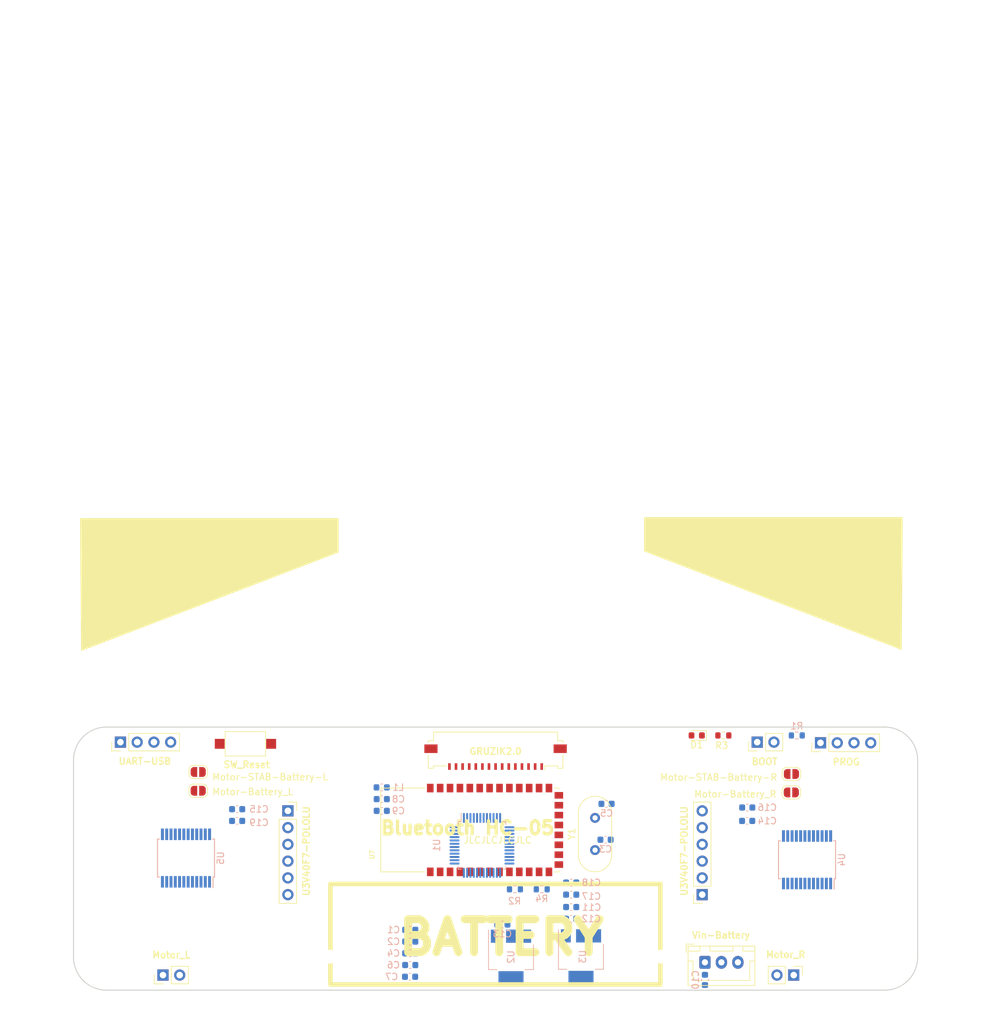
<source format=kicad_pcb>
(kicad_pcb (version 20221018) (generator pcbnew)
  (layers (0 "F.Cu" signal) (31 "B.Cu" signal) (34 "B.Paste" user) (35 "F.Paste" user) (36 "B.SilkS" user "B.Silkscreen") (37 "F.SilkS" user "F.Silkscreen") (38 "B.Mask" user) (39 "F.Mask" user) (44 "Edge.Cuts" user))
  (net 0 "")
  (net 1 "GND")
  (net 2 "/BOOT0")
  (net 3 "+3.3V")
  (net 4 "/HSE_OUT")
  (net 5 "/HSE_IN")
  (net 6 "+3.3VA")
  (net 7 "VDC")
  (net 8 "+5V")
  (net 9 "Motor_R")
  (net 10 "Motor_L")
  (net 11 "Net-(D1-K)")
  (net 12 "PC13")
  (net 13 "PB0")
  (net 14 "PA7")
  (net 15 "PA6")
  (net 16 "PA5")
  (net 17 "PA4")
  (net 18 "PA3")
  (net 19 "PA2")
  (net 20 "PA1")
  (net 21 "PA0")
  (net 22 "Net-(Motor-STAB-Battery-L1-B)")
  (net 23 "Net-(Motor-STAB-Battery-R1-B)")
  (net 24 "Net-(Motor_L1-Pin_1)")
  (net 25 "Net-(Motor_L1-Pin_2)")
  (net 26 "Net-(Motor_R1-Pin_1)")
  (net 27 "Net-(Motor_R1-Pin_2)")
  (net 28 "SWDIO")
  (net 29 "SWCLK")
  (net 30 "PB1")
  (net 31 "Net-(SW_Reset1-B)")
  (net 32 "PC14")
  (net 33 "PC15")
  (net 34 "PB2")
  (net 35 "PB10")
  (net 36 "PB11")
  (net 37 "PB12")
  (net 38 "PB13")
  (net 39 "PB14")
  (net 40 "PB15")
  (net 41 "PA8")
  (net 42 "PA9")
  (net 43 "PA10")
  (net 44 "PA11")
  (net 45 "PA12")
  (net 46 "PA15")
  (net 47 "SWO")
  (net 48 "PB4")
  (net 49 "PB5")
  (net 50 "PB6")
  (net 51 "PB7")
  (net 52 "PB8")
  (net 53 "PB9")
  (net 56 "Net-(U4-PGND1-Pad3)")
  (net 57 "Net-(U5-PGND1-Pad3)")
  (footprint "Crystal:Crystal_HC49-4H_Vertical" (layer "F.Cu") (at 115.4176 151.7428 90)
    (fp_text reference "Y1" (at 2.44 -3.525 90) (layer "F.SilkS"))
    (fp_text value "8MHz")
    (pad "1" thru_hole circle (at 0 0 90) (size 1.5 1.5) (drill 0.8) (layers "*.Cu" "*.Mask") (net 4 "/HSE_OUT"))
    (pad "2" thru_hole circle (at 4.88 0 90) (size 1.5 1.5) (drill 0.8) (layers "*.Cu" "*.Mask") (net 5 "/HSE_IN"))
  )
  (footprint "MountingHole:MountingHole_2.1mm" (layer "F.Cu") (at 75.184 167.894)
    (fp_text reference "REF**" hide)
    (fp_text value "MountingHole_2.1mm")
    (pad "" np_thru_hole circle (at 0 0) (size 2.1 2.1) (drill 2.1) (layers "*.Cu" "*.Mask"))
  )
  (footprint "Connector_PinHeader_2.54mm:PinHeader_1x02_P2.54mm_Vertical" (layer "F.Cu") (at 140.0048 135.382 90)
    (fp_text reference "BOOT" (at -2.9464 1.1176 180) (layer "F.SilkS" knockout) (effects (font (thickness 0.2) bold)))
    (fp_text value "Conn_01x02_Pin")
    (pad "1" thru_hole rect (at 0 0 90) (size 1.7 1.7) (drill 1) (layers "*.Cu" "*.Mask") (net 1 "GND"))
    (pad "2" thru_hole oval (at 0 2.54 90) (size 1.7 1.7) (drill 1) (layers "*.Cu" "*.Mask") (net 2 "/BOOT0"))
  )
  (footprint "Jumper:SolderJumper-2_P1.3mm_Open_RoundedPad1.0x1.5mm" (layer "F.Cu") (at 145.1968 140.208)
    (fp_text reference "Motor-STAB-Battery-R" (at -11.034 0.508 180) (layer "F.SilkS"))
    (fp_text value "SolderJumper_2_Open")
    (pad "1" smd custom (at -0.65 0) (size 1 0.5) (layers "F.Cu" "F.Mask") (net 9 "Motor_R") (options (clearance outline) (anchor rect)) (primitives (gr_circle (center 0 0.25) (end 0.5 0.25) (width 0) (fill yes)) (gr_circle (center 0 -0.25) (end 0.5 -0.25) (width 0) (fill yes)) (gr_poly (pts (xy 0.5 0.75) (xy 0 0.75) (xy 0 -0.75) (xy 0.5 -0.75)) (width 0) (fill yes))))
    (pad "2" smd custom (at 0.65 0) (size 1 0.5) (layers "F.Cu" "F.Mask") (net 23 "Net-(Motor-STAB-Battery-R1-B)") (options (clearance outline) (anchor rect)) (primitives (gr_circle (center 0 0.25) (end 0.5 0.25) (width 0) (fill yes)) (gr_circle (center 0 -0.25) (end 0.5 -0.25) (width 0) (fill yes)) (gr_poly (pts (xy 0 0.75) (xy -0.5 0.75) (xy -0.5 -0.75) (xy 0 -0.75)) (width 0) (fill yes))))
  )
  (footprint "Jumper:SolderJumper-2_P1.3mm_Open_RoundedPad1.0x1.5mm" (layer "F.Cu") (at 145.176 143.002)
    (fp_text reference "Motor-Battery_R" (at -8.494 0.254) (layer "F.SilkS"))
    (fp_text value "SolderJumper_2_Open")
    (pad "1" smd custom (at -0.65 0) (size 1 0.5) (layers "F.Cu" "F.Mask") (net 7 "VDC") (options (clearance outline) (anchor rect)) (primitives (gr_circle (center 0 0.25) (end 0.5 0.25) (width 0) (fill yes)) (gr_circle (center 0 -0.25) (end 0.5 -0.25) (width 0) (fill yes)) (gr_poly (pts (xy 0.5 0.75) (xy 0 0.75) (xy 0 -0.75) (xy 0.5 -0.75)) (width 0) (fill yes))))
    (pad "2" smd custom (at 0.65 0) (size 1 0.5) (layers "F.Cu" "F.Mask") (net 9 "Motor_R") (options (clearance outline) (anchor rect)) (primitives (gr_circle (center 0 0.25) (end 0.5 0.25) (width 0) (fill yes)) (gr_circle (center 0 -0.25) (end 0.5 -0.25) (width 0) (fill yes)) (gr_poly (pts (xy 0 0.75) (xy -0.5 0.75) (xy -0.5 -0.75) (xy 0 -0.75)) (width 0) (fill yes))))
  )
  (footprint "Jumper:SolderJumper-2_P1.3mm_Open_RoundedPad1.0x1.5mm" (layer "F.Cu") (at 55.23 139.9032)
    (fp_text reference "Motor-STAB-Battery-L" (at 10.9116 0.762) (layer "F.SilkS"))
    (fp_text value "SolderJumper_2_Open")
    (pad "1" smd custom (at -0.65 0) (size 1 0.5) (layers "F.Cu" "F.Mask") (net 10 "Motor_L") (options (clearance outline) (anchor rect)) (primitives (gr_circle (center 0 0.25) (end 0.5 0.25) (width 0) (fill yes)) (gr_circle (center 0 -0.25) (end 0.5 -0.25) (width 0) (fill yes)) (gr_poly (pts (xy 0.5 0.75) (xy 0 0.75) (xy 0 -0.75) (xy 0.5 -0.75)) (width 0) (fill yes))))
    (pad "2" smd custom (at 0.65 0) (size 1 0.5) (layers "F.Cu" "F.Mask") (net 22 "Net-(Motor-STAB-Battery-L1-B)") (options (clearance outline) (anchor rect)) (primitives (gr_circle (center 0 0.25) (end 0.5 0.25) (width 0) (fill yes)) (gr_circle (center 0 -0.25) (end 0.5 -0.25) (width 0) (fill yes)) (gr_poly (pts (xy 0 0.75) (xy -0.5 0.75) (xy -0.5 -0.75) (xy 0 -0.75)) (width 0) (fill yes))))
  )
  (footprint "Connector_PinHeader_2.54mm:PinHeader_1x02_P2.54mm_Vertical" (layer "F.Cu") (at 49.8856 170.688 90)
    (fp_text reference "Motor_L" (at 3.048 1.27 180) (layer "F.SilkS" knockout) (effects (font (thickness 0.2) bold)))
    (fp_text value "Conn_01x02")
    (pad "1" thru_hole rect (at 0 0 90) (size 1.7 1.7) (drill 1) (layers "*.Cu" "*.Mask") (net 24 "Net-(Motor_L1-Pin_1)"))
    (pad "2" thru_hole oval (at 0 2.54 90) (size 1.7 1.7) (drill 1) (layers "*.Cu" "*.Mask") (net 25 "Net-(Motor_L1-Pin_2)"))
  )
  (footprint "Connector_PinHeader_2.54mm:PinHeader_1x04_P2.54mm_Vertical" (layer "F.Cu") (at 43.434 135.382 90)
    (fp_text reference "UART-USB" (at -2.8956 3.7084 180) (layer "F.SilkS" knockout) (effects (font (thickness 0.2) bold)))
    (fp_text value "Conn_01x04")
    (pad "1" thru_hole rect (at 0 0 90) (size 1.7 1.7) (drill 1) (layers "*.Cu" "*.Mask") (net 8 "+5V"))
    (pad "2" thru_hole oval (at 0 2.54 90) (size 1.7 1.7) (drill 1) (layers "*.Cu" "*.Mask") (net 35 "PB10"))
    (pad "3" thru_hole oval (at 0 5.08 90) (size 1.7 1.7) (drill 1) (layers "*.Cu" "*.Mask") (net 36 "PB11"))
    (pad "4" thru_hole oval (at 0 7.62 90) (size 1.7 1.7) (drill 1) (layers "*.Cu" "*.Mask") (net 1 "GND"))
  )
  (footprint "Connector_PinHeader_2.54mm:PinHeader_1x02_P2.54mm_Vertical" (layer "F.Cu") (at 145.547 170.688 -90)
    (fp_text reference "Motor_R" (at -3.0988 1.2242 180) (layer "F.SilkS" knockout) (effects (font (thickness 0.2) bold)))
    (fp_text value "Conn_01x02")
    (pad "1" thru_hole rect (at 0 0 270) (size 1.7 1.7) (drill 1) (layers "*.Cu" "*.Mask") (net 26 "Net-(Motor_R1-Pin_1)"))
    (pad "2" thru_hole oval (at 0 2.54 270) (size 1.7 1.7) (drill 1) (layers "*.Cu" "*.Mask") (net 27 "Net-(Motor_R1-Pin_2)"))
  )
  (footprint "MountingHole:MountingHole_2.1mm" (layer "F.Cu") (at 41.322 144.145)
    (fp_text reference "REF**" hide)
    (fp_text value "MountingHole_2.1mm")
    (pad "" np_thru_hole circle (at 0 0) (size 2.1 2.1) (drill 2.1) (layers "*.Cu" "*.Mask"))
  )
  (footprint "Jumper:SolderJumper-2_P1.3mm_Open_RoundedPad1.0x1.5mm" (layer "F.Cu") (at 55.23 142.748)
    (fp_text reference "Motor-Battery_L" (at 8.27 0.1524) (layer "F.SilkS"))
    (fp_text value "SolderJumper_2_Open")
    (pad "1" smd custom (at -0.65 0) (size 1 0.5) (layers "F.Cu" "F.Mask") (net 7 "VDC") (options (clearance outline) (anchor rect)) (primitives (gr_circle (center 0 0.25) (end 0.5 0.25) (width 0) (fill yes)) (gr_circle (center 0 -0.25) (end 0.5 -0.25) (width 0) (fill yes)) (gr_poly (pts (xy 0.5 0.75) (xy 0 0.75) (xy 0 -0.75) (xy 0.5 -0.75)) (width 0) (fill yes))))
    (pad "2" smd custom (at 0.65 0) (size 1 0.5) (layers "F.Cu" "F.Mask") (net 10 "Motor_L") (options (clearance outline) (anchor rect)) (primitives (gr_circle (center 0 0.25) (end 0.5 0.25) (width 0) (fill yes)) (gr_circle (center 0 -0.25) (end 0.5 -0.25) (width 0) (fill yes)) (gr_poly (pts (xy 0 0.75) (xy -0.5 0.75) (xy -0.5 -0.75) (xy 0 -0.75)) (width 0) (fill yes))))
  )
  (footprint "MountingHole:MountingHole_2.1mm" (layer "F.Cu") (at 125.476 138.176)
    (fp_text reference "REF**" hide)
    (fp_text value "MountingHole_2.1mm")
    (pad "" np_thru_hole circle (at 0 0) (size 2.1 2.1) (drill 2.1) (layers "*.Cu" "*.Mask"))
  )
  (footprint "MountingHole:MountingHole_2.1mm" (layer "F.Cu") (at 159.338 161.925)
    (fp_text reference "REF**" hide)
    (fp_text value "MountingHole_2.1mm")
    (pad "" np_thru_hole circle (at 0 0) (size 2.1 2.1) (drill 2.1) (layers "*.Cu" "*.Mask"))
  )
  (footprint "Connector_FFC-FPC:Molex_200528-0150_1x15-1MP_P1.00mm_Horizontal" (layer "F.Cu") (at 100.33 138.169 180)
    (fp_text reference "GRUZIK2.0" (at 0 1.397) (layer "F.SilkS" knockout) (effects (font (thickness 0.2) bold)))
    (fp_text value "Conn_01x15")
    (pad "1" smd rect (at -7 -0.91 180) (size 0.4 1) (layers "F.Cu" "F.Paste" "F.Mask") (net 8 "+5V"))
    (pad "2" smd rect (at -6 -0.91 180) (size 0.4 1) (layers "F.Cu" "F.Paste" "F.Mask") (net 8 "+5V"))
    (pad "3" smd rect (at -5 -0.91 180) (size 0.4 1) (layers "F.Cu" "F.Paste" "F.Mask") (net 8 "+5V"))
    (pad "4" smd rect (at -4 -0.91 180) (size 0.4 1) (layers "F.Cu" "F.Paste" "F.Mask") (net 21 "PA0"))
    (pad "5" smd rect (at -3 -0.91 180) (size 0.4 1) (layers "F.Cu" "F.Paste" "F.Mask") (net 20 "PA1"))
    (pad "6" smd rect (at -2 -0.91 180) (size 0.4 1) (layers "F.Cu" "F.Paste" "F.Mask") (net 19 "PA2"))
    (pad "7" smd rect (at -1 -0.91 180) (size 0.4 1) (layers "F.Cu" "F.Paste" "F.Mask") (net 18 "PA3"))
    (pad "8" smd rect (at 0 -0.91 180) (size 0.4 1) (layers "F.Cu" "F.Paste" "F.Mask") (net 17 "PA4"))
    (pad "9" smd rect (at 1 -0.91 180) (size 0.4 1) (layers "F.Cu" "F.Paste" "F.Mask") (net 16 "PA5"))
    (pad "10" smd rect (at 2 -0.91 180) (size 0.4 1) (layers "F.Cu" "F.Paste" "F.Mask") (net 15 "PA6"))
    (pad "11" smd rect (at 3 -0.91 180) (size 0.4 1) (layers "F.Cu" "F.Paste" "F.Mask") (net 14 "PA7"))
    (pad "12" smd rect (at 4 -0.91 180) (size 0.4 1) (layers "F.Cu" "F.Paste" "F.Mask") (net 13 "PB0"))
    (pad "13" smd rect (at 5 -0.91 180) (size 0.4 1) (layers "F.Cu" "F.Paste" "F.Mask") (net 1 "GND"))
    (pad "14" smd rect (at 6 -0.91 180) (size 0.4 1) (layers "F.Cu" "F.Paste" "F.Mask") (net 1 "GND"))
    (pad "15" smd rect (at 7 -0.91 180) (size 0.4 1) (layers "F.Cu" "F.Paste" "F.Mask") (net 1 "GND"))
    (pad "MP" smd rect (at -9.8 1.79 180) (size 2 1.3) (layers "F.Cu" "F.Paste" "F.Mask"))
    (pad "MP" smd rect (at 9.8 1.79 180) (size 2 1.3) (layers "F.Cu" "F.Paste" "F.Mask"))
  )
  (footprint "Connector_JST:JST_XH_B3B-XH-A_1x03_P2.50mm_Vertical" (layer "F.Cu") (at 132.08 168.7576)
    (fp_text reference "Vin-Battery" (at 2.4384 -4.1148) (layer "F.SilkS" knockout) (effects (font (thickness 0.2) bold)))
    (fp_text value "Conn_01x03")
    (pad "1" thru_hole roundrect (at 0 0) (size 1.7 1.95) (drill 0.95) (layers "*.Cu" "*.Mask") (roundrect_rratio 0.147059) (net 7 "VDC"))
    (pad "2" thru_hole oval (at 2.5 0) (size 1.7 1.95) (drill 0.95) (layers "*.Cu" "*.Mask"))
    (pad "3" thru_hole oval (at 5 0) (size 1.7 1.95) (drill 0.95) (layers "*.Cu" "*.Mask") (net 1 "GND"))
  )
  (footprint "Resistor_SMD:R_0603_1608Metric" (layer "F.Cu") (at 134.874 134.366)
    (fp_text reference "R3" (at -0.254 1.524) (layer "F.SilkS"))
    (fp_text value "510R")
    (pad "1" smd roundrect (at -0.825 0) (size 0.8 0.95) (layers "F.Cu" "F.Paste" "F.Mask") (net 11 "Net-(D1-K)"))
    (pad "2" smd roundrect (at 0.825 0) (size 0.8 0.95) (layers "F.Cu" "F.Paste" "F.Mask") (net 1 "GND"))
  )
  (footprint "MountingHole:MountingHole_2.1mm" (layer "F.Cu") (at 159.338 144.145)
    (fp_text reference "REF**" hide)
    (fp_text value "MountingHole_2.1mm")
    (pad "" np_thru_hole circle (at 0 0) (size 2.1 2.1) (drill 2.1) (layers "*.Cu" "*.Mask"))
  )
  (footprint "HC-05_module:XCVR_HC-05" (layer "F.Cu") (at 96.749 148.6916 90)
    (fp_text reference "U7" (at -3.73221 -15.139908 90) (layer "F.SilkS") (effects (font (size 0.700643 0.700643))))
    (fp_text value "HC-05")
    (pad "1" smd rect (at -6.35 -6.325 90) (size 1.3 1) (layers "F.Cu" "F.Paste" "F.Mask") (net 36 "PB11"))
    (pad "2" smd rect (at -6.35 -4.825 90) (size 1.3 1) (layers "F.Cu" "F.Paste" "F.Mask") (net 35 "PB10"))
    (pad "3" smd rect (at -6.35 -3.325 90) (size 1.3 1) (layers "F.Cu" "F.Paste" "F.Mask"))
    (pad "4" smd rect (at -6.35 -1.825 90) (size 1.3 1) (layers "F.Cu" "F.Paste" "F.Mask"))
    (pad "5" smd rect (at -6.35 -0.325 90) (size 1.3 1) (layers "F.Cu" "F.Paste" "F.Mask"))
    (pad "6" smd rect (at -6.35 1.175 90) (size 1.3 1) (layers "F.Cu" "F.Paste" "F.Mask"))
    (pad "7" smd rect (at -6.35 2.675 90) (size 1.3 1) (layers "F.Cu" "F.Paste" "F.Mask"))
    (pad "8" smd rect (at -6.35 4.175 90) (size 1.3 1) (layers "F.Cu" "F.Paste" "F.Mask"))
    (pad "9" smd rect (at -6.35 5.675 90) (size 1.3 1) (layers "F.Cu" "F.Paste" "F.Mask"))
    (pad "10" smd rect (at -6.35 7.175 90) (size 1.3 1) (layers "F.Cu" "F.Paste" "F.Mask"))
    (pad "11" smd rect (at -6.35 8.675 90) (size 1.3 1) (layers "F.Cu" "F.Paste" "F.Mask"))
    (pad "12" smd rect (at -6.35 10.175 90) (size 1.3 1) (layers "F.Cu" "F.Paste" "F.Mask") (net 3 "+3.3V"))
    (pad "13" smd rect (at -6.35 11.675 90) (size 1.3 1) (layers "F.Cu" "F.Paste" "F.Mask") (net 1 "GND"))
    (pad "14" smd rect (at -5.25 13.175 180) (size 1.3 1) (layers "F.Cu" "F.Paste" "F.Mask"))
    (pad "15" smd rect (at -3.75 13.175 180) (size 1.3 1) (layers "F.Cu" "F.Paste" "F.Mask"))
    (pad "16" smd rect (at -2.25 13.175 180) (size 1.3 1) (layers "F.Cu" "F.Paste" "F.Mask"))
    (pad "17" smd rect (at -0.75 13.175 180) (size 1.3 1) (layers "F.Cu" "F.Paste" "F.Mask"))
    (pad "18" smd rect (at 0.75 13.175 180) (size 1.3 1) (layers "F.Cu" "F.Paste" "F.Mask"))
    (pad "19" smd rect (at 2.25 13.175 180) (size 1.3 1) (layers "F.Cu" "F.Paste" "F.Mask"))
    (pad "20" smd rect (at 3.75 13.175 180) (size 1.3 1) (layers "F.Cu" "F.Paste" "F.Mask"))
    (pad "21" smd rect (at 5.25 13.175 180) (size 1.3 1) (layers "F.Cu" "F.Paste" "F.Mask") (net 1 "GND"))
    (pad "22" smd rect (at 6.35 11.675 270) (size 1.3 1) (layers "F.Cu" "F.Paste" "F.Mask") (net 1 "GND"))
    (pad "23" smd rect (at 6.35 10.175 270) (size 1.3 1) (layers "F.Cu" "F.Paste" "F.Mask"))
    (pad "24" smd rect (at 6.35 8.675 270) (size 1.3 1) (layers "F.Cu" "F.Paste" "F.Mask"))
    (pad "25" smd rect (at 6.35 7.175 270) (size 1.3 1) (layers "F.Cu" "F.Paste" "F.Mask"))
    (pad "26" smd rect (at 6.35 5.675 270) (size 1.3 1) (layers "F.Cu" "F.Paste" "F.Mask"))
    (pad "27" smd rect (at 6.35 4.175 270) (size 1.3 1) (layers "F.Cu" "F.Paste" "F.Mask"))
    (pad "28" smd rect (at 6.35 2.675 270) (size 1.3 1) (layers "F.Cu" "F.Paste" "F.Mask"))
    (pad "29" smd rect (at 6.35 1.175 270) (size 1.3 1) (layers "F.Cu" "F.Paste" "F.Mask"))
    (pad "30" smd rect (at 6.35 -0.325 270) (size 1.3 1) (layers "F.Cu" "F.Paste" "F.Mask"))
    (pad "31" smd rect (at 6.35 -1.825 270) (size 1.3 1) (layers "F.Cu" "F.Paste" "F.Mask"))
    (pad "32" smd rect (at 6.35 -3.325 270) (size 1.3 1) (layers "F.Cu" "F.Paste" "F.Mask"))
    (pad "33" smd rect (at 6.35 -4.825 270) (size 1.3 1) (layers "F.Cu" "F.Paste" "F.Mask"))
    (pad "34" smd rect (at 6.35 -6.325 270) (size 1.3 1) (layers "F.Cu" "F.Paste" "F.Mask"))
  )
  (footprint "MountingHole:MountingHole_2.1mm" (layer "F.Cu") (at 75.184 138.176)
    (fp_text reference "REF**" hide)
    (fp_text value "MountingHole_2.1mm")
    (pad "" np_thru_hole circle (at 0 0) (size 2.1 2.1) (drill 2.1) (layers "*.Cu" "*.Mask"))
  )
  (footprint "Connector_PinSocket_2.54mm:PinSocket_1x06_P2.54mm_Vertical" (layer "F.Cu") (at 131.666 158.496 180)
    (fp_text reference "U3V40F7-POLOLU" (at 2.7356 6.604 90) (layer "F.SilkS" knockout) (effects (font (thickness 0.2) bold)))
    (fp_text value "Conn_01x06")
    (pad "1" thru_hole rect (at 0 0 180) (size 1.7 1.7) (drill 1) (layers "*.Cu" "*.Mask"))
    (pad "2" thru_hole oval (at 0 2.54 180) (size 1.7 1.7) (drill 1) (layers "*.Cu" "*.Mask") (net 7 "VDC"))
    (pad "3" thru_hole oval (at 0 5.08 180) (size 1.7 1.7) (drill 1) (layers "*.Cu" "*.Mask") (net 7 "VDC"))
    (pad "4" thru_hole oval (at 0 7.62 180) (size 1.7 1.7) (drill 1) (layers "*.Cu" "*.Mask") (net 1 "GND"))
    (pad "5" thru_hole oval (at 0 10.16 180) (size 1.7 1.7) (drill 1) (layers "*.Cu" "*.Mask") (net 1 "GND"))
    (pad "6" thru_hole oval (at 0 12.7 180) (size 1.7 1.7) (drill 1) (layers "*.Cu" "*.Mask") (net 23 "Net-(Motor-STAB-Battery-R1-B)"))
  )
  (footprint "Connector_PinSocket_2.54mm:PinSocket_1x06_P2.54mm_Vertical" (layer "F.Cu") (at 68.834 145.796)
    (fp_text reference "U3V40F7-POLOLU" (at 2.794 6.096 270) (layer "F.SilkS" knockout) (effects (font (thickness 0.2) bold)))
    (fp_text value "Conn_01x06")
    (pad "1" thru_hole rect (at 0 0) (size 1.7 1.7) (drill 1) (layers "*.Cu" "*.Mask"))
    (pad "2" thru_hole oval (at 0 2.54) (size 1.7 1.7) (drill 1) (layers "*.Cu" "*.Mask") (net 7 "VDC"))
    (pad "3" thru_hole oval (at 0 5.08) (size 1.7 1.7) (drill 1) (layers "*.Cu" "*.Mask") (net 7 "VDC"))
    (pad "4" thru_hole oval (at 0 7.62) (size 1.7 1.7) (drill 1) (layers "*.Cu" "*.Mask") (net 1 "GND"))
    (pad "5" thru_hole oval (at 0 10.16) (size 1.7 1.7) (drill 1) (layers "*.Cu" "*.Mask") (net 1 "GND"))
    (pad "6" thru_hole oval (at 0 12.7) (size 1.7 1.7) (drill 1) (layers "*.Cu" "*.Mask") (net 22 "Net-(Motor-STAB-Battery-L1-B)"))
  )
  (footprint "MountingHole:MountingHole_2.1mm" (layer "F.Cu") (at 41.322 161.925)
    (fp_text reference "REF**" hide)
    (fp_text value "MountingHole_2.1mm")
    (pad "" np_thru_hole circle (at 0 0) (size 2.1 2.1) (drill 2.1) (layers "*.Cu" "*.Mask"))
  )
  (footprint "Button_Switch_SMD:SW_SPST_CK_RS282G05A3" (layer "F.Cu") (at 62.394 135.636)
    (fp_text reference "SW_Reset" (at 0.1916 3.1496) (layer "F.SilkS" knockout) (effects (font (thickness 0.2) bold)))
    (fp_text value "SW_SPST")
    (pad "1" smd rect (at -3.9 0) (size 1.5 1.5) (layers "F.Cu" "F.Paste" "F.Mask") (net 1 "GND"))
    (pad "2" smd rect (at 3.9 0) (size 1.5 1.5) (layers "F.Cu" "F.Paste" "F.Mask") (net 31 "Net-(SW_Reset1-B)"))
  )
  (footprint "Connector_PinHeader_2.54mm:PinHeader_1x04_P2.54mm_Vertical" (layer "F.Cu") (at 149.606 135.4836 90)
    (fp_text reference "PROG" (at -2.8956 3.9116 180) (layer "F.SilkS" knockout) (effects (font (thickness 0.2) bold)))
    (fp_text value "Conn_01x04_Pin")
    (pad "1" thru_hole rect (at 0 0 90) (size 1.7 1.7) (drill 1) (layers "*.Cu" "*.Mask") (net 8 "+5V"))
    (pad "2" thru_hole oval (at 0 2.54 90) (size 1.7 1.7) (drill 1) (layers "*.Cu" "*.Mask") (net 28 "SWDIO"))
    (pad "3" thru_hole oval (at 0 5.08 90) (size 1.7 1.7) (drill 1) (layers "*.Cu" "*.Mask") (net 29 "SWCLK"))
    (pad "4" thru_hole oval (at 0 7.62 90) (size 1.7 1.7) (drill 1) (layers "*.Cu" "*.Mask") (net 1 "GND"))
  )
  (footprint "LED_SMD:LED_0603_1608Metric" (layer "F.Cu") (at 130.8355 134.366 180)
    (fp_text reference "D1" (at 0 -1.43) (layer "F.SilkS"))
    (fp_text value "BLUE")
    (pad "1" smd roundrect (at -0.7875 0 180) (size 0.875 0.95) (layers "F.Cu" "F.Paste" "F.Mask") (net 11 "Net-(D1-K)"))
    (pad "2" smd roundrect (at 0.7875 0 180) (size 0.875 0.95) (layers "F.Cu" "F.Paste" "F.Mask") (net 12 "PC13"))
  )
  (footprint "MountingHole:MountingHole_2.1mm" (layer "F.Cu") (at 125.476 167.894)
    (fp_text reference "REF**" hide)
    (fp_text value "MountingHole_2.1mm")
    (pad "" np_thru_hole circle (at 0 0) (size 2.1 2.1) (drill 2.1) (layers "*.Cu" "*.Mask"))
  )
  (footprint "Package_TO_SOT_SMD:SOT-223-3_TabPin2" (layer "B.Cu") (at 113.284 167.894 -90)
    (fp_text reference "U3" (at 0 -0.254 90) (layer "B.SilkS") (effects (justify mirror)))
    (fp_text value "LM1117MP-5.0")
    (pad "1" smd rect (at -3.15 2.3 270) (size 2 1.5) (layers "B.Cu" "B.Paste" "B.Mask") (net 1 "GND"))
    (pad "2" smd rect (at -3.15 0 270) (size 2 1.5) (layers "B.Cu" "B.Paste" "B.Mask") (net 8 "+5V"))
    (pad "2" smd rect (at 3.15 0 270) (size 2 3.8) (layers "B.Cu" "B.Paste" "B.Mask") (net 8 "+5V"))
    (pad "3" smd rect (at -3.15 -2.3 270) (size 2 1.5) (layers "B.Cu" "B.Paste" "B.Mask") (net 7 "VDC"))
  )
  (footprint "Capacitor_SMD:C_0603_1608Metric" (layer "B.Cu") (at 87.389 167.386)
    (fp_text reference "C4" (at -2.553 0 180) (layer "B.SilkS") (effects (justify mirror)))
    (fp_text value "100n")
    (pad "1" smd roundrect (at -0.775 0) (size 0.9 0.95) (layers "B.Cu" "B.Paste" "B.Mask") (net 3 "+3.3V"))
    (pad "2" smd roundrect (at 0.775 0) (size 0.9 0.95) (layers "B.Cu" "B.Paste" "B.Mask") (net 1 "GND"))
  )
  (footprint "Package_TO_SOT_SMD:SOT-223-3_TabPin2" (layer "B.Cu") (at 102.6668 167.9444 -90)
    (fp_text reference "U2" (at 0 0 90) (layer "B.SilkS") (effects (justify mirror)))
    (fp_text value "LM1117MP-3.3")
    (pad "1" smd rect (at -3.15 2.3 270) (size 2 1.5) (layers "B.Cu" "B.Paste" "B.Mask") (net 1 "GND"))
    (pad "2" smd rect (at -3.15 0 270) (size 2 1.5) (layers "B.Cu" "B.Paste" "B.Mask") (net 3 "+3.3V"))
    (pad "2" smd rect (at 3.15 0 270) (size 2 3.8) (layers "B.Cu" "B.Paste" "B.Mask") (net 3 "+3.3V"))
    (pad "3" smd rect (at -3.15 -2.3 270) (size 2 1.5) (layers "B.Cu" "B.Paste" "B.Mask") (net 8 "+5V"))
  )
  (footprint "Capacitor_SMD:C_0603_1608Metric" (layer "B.Cu") (at 117.1578 144.7324)
    (fp_text reference "C5" (at 0 1.43) (layer "B.SilkS") (effects (justify mirror)))
    (fp_text value "20p")
    (pad "1" smd roundrect (at -0.775 0) (size 0.9 0.95) (layers "B.Cu" "B.Paste" "B.Mask") (net 5 "/HSE_IN"))
    (pad "2" smd roundrect (at 0.775 0) (size 0.9 0.95) (layers "B.Cu" "B.Paste" "B.Mask") (net 1 "GND"))
  )
  (footprint "Package_SO:SSOP-24_5.3x8.2mm_P0.65mm" (layer "B.Cu") (at 147.567 153.206 90)
    (fp_text reference "U4" (at 0 5.25 90) (layer "B.SilkS") (effects (justify mirror)))
    (fp_text value "TB6612FNG")
    (pad "1" smd rect (at -3.6 3.575 90) (size 1.75 0.45) (layers "B.Cu" "B.Paste" "B.Mask") (net 26 "Net-(Motor_R1-Pin_1)"))
    (pad "2" smd rect (at -3.6 2.925 90) (size 1.75 0.45) (layers "B.Cu" "B.Paste" "B.Mask") (net 26 "Net-(Motor_R1-Pin_1)"))
    (pad "3" smd rect (at -3.6 2.275 90) (size 1.75 0.45) (layers "B.Cu" "B.Paste" "B.Mask") (net 56 "Net-(U4-PGND1-Pad3)"))
    (pad "4" smd rect (at -3.6 1.625 90) (size 1.75 0.45) (layers "B.Cu" "B.Paste" "B.Mask") (net 56 "Net-(U4-PGND1-Pad3)"))
    (pad "5" smd rect (at -3.6 0.975 90) (size 1.75 0.45) (layers "B.Cu" "B.Paste" "B.Mask") (net 27 "Net-(Motor_R1-Pin_2)"))
    (pad "6" smd rect (at -3.6 0.325 90) (size 1.75 0.45) (layers "B.Cu" "B.Paste" "B.Mask") (net 27 "Net-(Motor_R1-Pin_2)"))
    (pad "7" smd rect (at -3.6 -0.325 90) (size 1.75 0.45) (layers "B.Cu" "B.Paste" "B.Mask") (net 27 "Net-(Motor_R1-Pin_2)"))
    (pad "8" smd rect (at -3.6 -0.975 90) (size 1.75 0.45) (layers "B.Cu" "B.Paste" "B.Mask") (net 27 "Net-(Motor_R1-Pin_2)"))
    (pad "9" smd rect (at -3.6 -1.625 90) (size 1.75 0.45) (layers "B.Cu" "B.Paste" "B.Mask") (net 56 "Net-(U4-PGND1-Pad3)"))
    (pad "10" smd rect (at -3.6 -2.275 90) (size 1.75 0.45) (layers "B.Cu" "B.Paste" "B.Mask") (net 56 "Net-(U4-PGND1-Pad3)"))
    (pad "11" smd rect (at -3.6 -2.925 90) (size 1.75 0.45) (layers "B.Cu" "B.Paste" "B.Mask") (net 26 "Net-(Motor_R1-Pin_1)"))
    (pad "12" smd rect (at -3.6 -3.575 90) (size 1.75 0.45) (layers "B.Cu" "B.Paste" "B.Mask") (net 26 "Net-(Motor_R1-Pin_1)"))
    (pad "13" smd rect (at 3.6 -3.575 90) (size 1.75 0.45) (layers "B.Cu" "B.Paste" "B.Mask") (net 9 "Motor_R"))
    (pad "14" smd rect (at 3.6 -2.925 90) (size 1.75 0.45) (layers "B.Cu" "B.Paste" "B.Mask") (net 9 "Motor_R"))
    (pad "15" smd rect (at 3.6 -2.275 90) (size 1.75 0.45) (layers "B.Cu" "B.Paste" "B.Mask") (net 53 "PB9"))
    (pad "16" smd rect (at 3.6 -1.625 90) (size 1.75 0.45) (layers "B.Cu" "B.Paste" "B.Mask") (net 48 "PB4"))
    (pad "17" smd rect (at 3.6 -0.975 90) (size 1.75 0.45) (layers "B.Cu" "B.Paste" "B.Mask") (net 49 "PB5"))
    (pad "18" smd rect (at 3.6 -0.325 90) (size 1.75 0.45) (layers "B.Cu" "B.Paste" "B.Mask") (net 1 "GND"))
    (pad "19" smd rect (at 3.6 0.325 90) (size 1.75 0.45) (layers "B.Cu" "B.Paste" "B.Mask") (net 50 "PB6"))
    (pad "20" smd rect (at 3.6 0.975 90) (size 1.75 0.45) (layers "B.Cu" "B.Paste" "B.Mask") (net 8 "+5V"))
    (pad "21" smd rect (at 3.6 1.625 90) (size 1.75 0.45) (layers "B.Cu" "B.Paste" "B.Mask") (net 49 "PB5"))
    (pad "22" smd rect (at 3.6 2.275 90) (size 1.75 0.45) (layers "B.Cu" "B.Paste" "B.Mask") (net 48 "PB4"))
    (pad "23" smd rect (at 3.6 2.925 90) (size 1.75 0.45) (layers "B.Cu" "B.Paste" "B.Mask") (net 53 "PB9"))
    (pad "24" smd rect (at 3.6 3.575 90) (size 1.75 0.45) (layers "B.Cu" "B.Paste" "B.Mask") (net 9 "Motor_R"))
  )
  (footprint "Capacitor_SMD:C_0603_1608Metric" (layer "B.Cu") (at 111.7978 162.1536 180)
    (fp_text reference "C12" (at -3.035 0) (layer "B.SilkS") (effects (justify mirror)))
    (fp_text value "10u")
    (pad "1" smd roundrect (at -0.775 0 180) (size 0.9 0.95) (layers "B.Cu" "B.Paste" "B.Mask") (net 8 "+5V"))
    (pad "2" smd roundrect (at 0.775 0 180) (size 0.9 0.95) (layers "B.Cu" "B.Paste" "B.Mask") (net 1 "GND"))
  )
  (footprint "Capacitor_SMD:C_0603_1608Metric" (layer "B.Cu") (at 87.389 169.164)
    (fp_text reference "C6" (at -2.553 0 180) (layer "B.SilkS") (effects (justify mirror)))
    (fp_text value "100n")
    (pad "1" smd roundrect (at -0.775 0) (size 0.9 0.95) (layers "B.Cu" "B.Paste" "B.Mask") (net 3 "+3.3V"))
    (pad "2" smd roundrect (at 0.775 0) (size 0.9 0.95) (layers "B.Cu" "B.Paste" "B.Mask") (net 1 "GND"))
  )
  (footprint "Capacitor_SMD:C_0603_1608Metric" (layer "B.Cu") (at 61.137476 147.32 180)
    (fp_text reference "C19" (at -3.315 -0.254) (layer "B.SilkS") (effects (justify mirror)))
    (fp_text value "10u")
    (pad "1" smd roundrect (at -0.775 0 180) (size 0.9 0.95) (layers "B.Cu" "B.Paste" "B.Mask") (net 10 "Motor_L"))
    (pad "2" smd roundrect (at 0.775 0 180) (size 0.9 0.95) (layers "B.Cu" "B.Paste" "B.Mask") (net 1 "GND"))
  )
  (footprint "Resistor_SMD:R_0603_1608Metric" (layer "B.Cu") (at 103.266118 157.684 180)
    (fp_text reference "R2" (at 0.063 -1.778) (layer "B.SilkS") (effects (justify mirror)))
    (fp_text value "20K")
    (pad "1" smd roundrect (at -0.825 0 180) (size 0.8 0.95) (layers "B.Cu" "B.Paste" "B.Mask") (net 30 "PB1"))
    (pad "2" smd roundrect (at 0.825 0 180) (size 0.8 0.95) (layers "B.Cu" "B.Paste" "B.Mask") (net 1 "GND"))
  )
  (footprint "Capacitor_SMD:C_0603_1608Metric" (layer "B.Cu") (at 87.389 163.83)
    (fp_text reference "C1" (at -2.54 0) (layer "B.SilkS") (effects (justify mirror)))
    (fp_text value "4u7")
    (pad "1" smd roundrect (at -0.775 0) (size 0.9 0.95) (layers "B.Cu" "B.Paste" "B.Mask") (net 3 "+3.3V"))
    (pad "2" smd roundrect (at 0.775 0) (size 0.9 0.95) (layers "B.Cu" "B.Paste" "B.Mask") (net 1 "GND"))
  )
  (footprint "Capacitor_SMD:C_0603_1608Metric" (layer "B.Cu") (at 117.0054 150.168)
    (fp_text reference "C3" (at 0 1.43) (layer "B.SilkS") (effects (justify mirror)))
    (fp_text value "20p")
    (pad "1" smd roundrect (at -0.775 0) (size 0.9 0.95) (layers "B.Cu" "B.Paste" "B.Mask") (net 4 "/HSE_OUT"))
    (pad "2" smd roundrect (at 0.775 0) (size 0.9 0.95) (layers "B.Cu" "B.Paste" "B.Mask") (net 1 "GND"))
  )
  (footprint "Capacitor_SMD:C_0603_1608Metric" (layer "B.Cu") (at 61.137476 145.542 180)
    (fp_text reference "C15" (at -3.315 0) (layer "B.SilkS") (effects (justify mirror)))
    (fp_text value "0.1u")
    (pad "1" smd roundrect (at -0.775 0 180) (size 0.9 0.95) (layers "B.Cu" "B.Paste" "B.Mask") (net 10 "Motor_L"))
    (pad "2" smd roundrect (at 0.775 0 180) (size 0.9 0.95) (layers "B.Cu" "B.Paste" "B.Mask") (net 1 "GND"))
  )
  (footprint "Inductor_SMD:L_0603_1608Metric" (layer "B.Cu") (at 83.0585 142.24 180)
    (fp_text reference "L1" (at -2.5145 0) (layer "B.SilkS") (effects (justify mirror)))
    (fp_text value "27n")
    (pad "1" smd roundrect (at -0.7875 0 180) (size 0.875 0.95) (layers "B.Cu" "B.Paste" "B.Mask") (net 3 "+3.3V"))
    (pad "2" smd roundrect (at 0.7875 0 180) (size 0.875 0.95) (layers "B.Cu" "B.Paste" "B.Mask") (net 6 "+3.3VA"))
  )
  (footprint "Package_SO:SSOP-24_5.3x8.2mm_P0.65mm" (layer "B.Cu") (at 53.381 152.952 90)
    (fp_text reference "U5" (at 0 5.25 90) (layer "B.SilkS") (effects (justify mirror)))
    (fp_text value "TB6612FNG")
    (pad "1" smd rect (at -3.6 3.575 90) (size 1.75 0.45) (layers "B.Cu" "B.Paste" "B.Mask") (net 24 "Net-(Motor_L1-Pin_1)"))
    (pad "2" smd rect (at -3.6 2.925 90) (size 1.75 0.45) (layers "B.Cu" "B.Paste" "B.Mask") (net 24 "Net-(Motor_L1-Pin_1)"))
    (pad "3" smd rect (at -3.6 2.275 90) (size 1.75 0.45) (layers "B.Cu" "B.Paste" "B.Mask") (net 57 "Net-(U5-PGND1-Pad3)"))
    (pad "4" smd rect (at -3.6 1.625 90) (size 1.75 0.45) (layers "B.Cu" "B.Paste" "B.Mask") (net 57 "Net-(U5-PGND1-Pad3)"))
    (pad "5" smd rect (at -3.6 0.975 90) (size 1.75 0.45) (layers "B.Cu" "B.Paste" "B.Mask") (net 25 "Net-(Motor_L1-Pin_2)"))
    (pad "6" smd rect (at -3.6 0.325 90) (size 1.75 0.45) (layers "B.Cu" "B.Paste" "B.Mask") (net 25 "Net-(Motor_L1-Pin_2)"))
    (pad "7" smd rect (at -3.6 -0.325 90) (size 1.75 0.45) (layers "B.Cu" "B.Paste" "B.Mask") (net 25 "Net-(Motor_L1-Pin_2)"))
    (pad "8" smd rect (at -3.6 -0.975 90) (size 1.75 0.45) (layers "B.Cu" "B.Paste" "B.Mask") (net 25 "Net-(Motor_L1-Pin_2)"))
    (pad "9" smd rect (at -3.6 -1.625 90) (size 1.75 0.45) (layers "B.Cu" "B.Paste" "B.Mask") (net 57 "Net-(U5-PGND1-Pad3)"))
    (pad "10" smd rect (at -3.6 -2.275 90) (size 1.75 0.45) (layers "B.Cu" "B.Paste" "B.Mask") (net 57 "Net-(U5-PGND1-Pad3)"))
    (pad "11" smd rect (at -3.6 -2.925 90) (size 1.75 0.45) (layers "B.Cu" "B.Paste" "B.Mask") (net 24 "Net-(Motor_L1-Pin_1)"))
    (pad "12" smd rect (at -3.6 -3.575 90) (size 1.75 0.45) (layers "B.Cu" "B.Paste" "B.Mask") (net 24 "Net-(Motor_L1-Pin_1)"))
    (pad "13" smd rect (at 3.6 -3.575 90) (size 1.75 0.45) (layers "B.Cu" "B.Paste" "B.Mask") (net 10 "Motor_L"))
    (pad "14" smd rect (at 3.6 -2.925 90) (size 1.75 0.45) (layers "B.Cu" "B.Paste" "B.Mask") (net 10 "Motor_L"))
    (pad "15" smd rect (at 3.6 -2.275 90) (size 1.75 0.45) (layers "B.Cu" "B.Paste" "B.Mask") (net 51 "PB7"))
    (pad "16" smd rect (at 3.6 -1.625 90) (size 1.75 0.45) (layers "B.Cu" "B.Paste" "B.Mask") (net 40 "PB15"))
    (pad "17" smd rect (at 3.6 -0.975 90) (size 1.75 0.45) (layers "B.Cu" "B.Paste" "B.Mask") (net 39 "PB14"))
    (pad "18" smd rect (at 3.6 -0.325 90) (size 1.75 0.45) (layers "B.Cu" "B.Paste" "B.Mask") (net 1 "GND"))
    (pad "19" smd rect (at 3.6 0.325 90) (size 1.75 0.45) (layers "B.Cu" "B.Paste" "B.Mask") (net 50 "PB6"))
    (pad "20" smd rect (at 3.6 0.975 90) (size 1.75 0.45) (layers "B.Cu" "B.Paste" "B.Mask") (net 8 "+5V"))
    (pad "21" smd rect (at 3.6 1.625 90) (size 1.75 0.45) (layers "B.Cu" "B.Paste" "B.Mask") (net 39 "PB14"))
    (pad "22" smd rect (at 3.6 2.275 90) (size 1.75 0.45) (layers "B.Cu" "B.Paste" "B.Mask") (net 40 "PB15"))
    (pad "23" smd rect (at 3.6 2.925 90) (size 1.75 0.45) (layers "B.Cu" "B.Paste" "B.Mask") (net 51 "PB7"))
    (pad "24" smd rect (at 3.6 3.575 90) (size 1.75 0.45) (layers "B.Cu" "B.Paste" "B.Mask") (net 10 "Motor_L"))
  )
  (footprint "Capacitor_SMD:C_0603_1608Metric" (layer "B.Cu") (at 83.071 145.796)
    (fp_text reference "C9" (at 2.527 0 180) (layer "B.SilkS") (effects (justify mirror)))
    (fp_text value "100n")
    (pad "1" smd roundrect (at -0.775 0) (size 0.9 0.95) (layers "B.Cu" "B.Paste" "B.Mask") (net 6 "+3.3VA"))
    (pad "2" smd roundrect (at 0.775 0) (size 0.9 0.95) (layers "B.Cu" "B.Paste" "B.Mask") (net 1 "GND"))
  )
  (footprint "Capacitor_SMD:C_0603_1608Metric" (layer "B.Cu") (at 101.36 163.018)
    (fp_text reference "C13" (at 0 1.43 180) (layer "B.SilkS") (effects (justify mirror)))
    (fp_text value "33u")
    (pad "1" smd roundrect (at -0.775 0) (size 0.9 0.95) (layers "B.Cu" "B.Paste" "B.Mask") (net 3 "+3.3V"))
    (pad "2" smd roundrect (at 0.775 0) (size 0.9 0.95) (layers "B.Cu" "B.Paste" "B.Mask") (net 1 "GND"))
  )
  (footprint "Capacitor_SMD:C_0603_1608Metric" (layer "B.Cu") (at 111.7978 158.496 180)
    (fp_text reference "C17" (at -3.061 -0.254) (layer "B.SilkS") (effects (justify mirror)))
    (fp_text value "0.1u")
    (pad "1" smd roundrect (at -0.775 0 180) (size 0.9 0.95) (layers "B.Cu" "B.Paste" "B.Mask") (net 8 "+5V"))
    (pad "2" smd roundrect (at 0.775 0 180) (size 0.9 0.95) (layers "B.Cu" "B.Paste" "B.Mask") (net 1 "GND"))
  )
  (footprint "Resistor_SMD:R_0603_1608Metric" (layer "B.Cu") (at 107.330118 157.684)
    (fp_text reference "R4" (at 0 1.43) (layer "B.SilkS") (effects (justify mirror)))
    (fp_text value "30K")
    (pad "1" smd roundrect (at -0.825 0) (size 0.8 0.95) (layers "B.Cu" "B.Paste" "B.Mask") (net 30 "PB1"))
    (pad "2" smd roundrect (at 0.825 0) (size 0.8 0.95) (layers "B.Cu" "B.Paste" "B.Mask") (net 7 "VDC"))
  )
  (footprint "Capacitor_SMD:C_0603_1608Metric" (layer "B.Cu") (at 87.363 170.942)
    (fp_text reference "C7" (at -2.794 0 180) (layer "B.SilkS") (effects (justify mirror)))
    (fp_text value "100n")
    (pad "1" smd roundrect (at -0.775 0) (size 0.9 0.95) (layers "B.Cu" "B.Paste" "B.Mask") (net 3 "+3.3V"))
    (pad "2" smd roundrect (at 0.775 0) (size 0.9 0.95) (layers "B.Cu" "B.Paste" "B.Mask") (net 1 "GND"))
  )
  (footprint "Capacitor_SMD:C_0603_1608Metric" (layer "B.Cu") (at 138.486476 147.32 180)
    (fp_text reference "C14" (at -3.035 0) (layer "B.SilkS") (effects (justify mirror)))
    (fp_text value "0.1u")
    (pad "1" smd roundrect (at -0.775 0 180) (size 0.9 0.95) (layers "B.Cu" "B.Paste" "B.Mask") (net 9 "Motor_R"))
    (pad "2" smd roundrect (at 0.775 0 180) (size 0.9 0.95) (layers "B.Cu" "B.Paste" "B.Mask") (net 1 "GND"))
  )
  (footprint "Capacitor_SMD:C_0603_1608Metric" (layer "B.Cu") (at 111.7978 156.6672 180)
    (fp_text reference "C18" (at -3.061 0) (layer "B.SilkS") (effects (justify mirror)))
    (fp_text value "0.1u")
    (pad "1" smd roundrect (at -0.775 0 180) (size 0.9 0.95) (layers "B.Cu" "B.Paste" "B.Mask") (net 8 "+5V"))
    (pad "2" smd roundrect (at 0.775 0 180) (size 0.9 0.95) (layers "B.Cu" "B.Paste" "B.Mask") (net 1 "GND"))
  )
  (footprint "Resistor_SMD:R_0603_1608Metric" (layer "B.Cu") (at 146.0114 134.366 180)
    (fp_text reference "R1" (at 0 1.43) (layer "B.SilkS") (effects (justify mirror)))
    (fp_text value "10k")
    (pad "1" smd roundrect (at -0.825 0 180) (size 0.8 0.95) (layers "B.Cu" "B.Paste" "B.Mask") (net 2 "/BOOT0"))
    (pad "2" smd roundrect (at 0.825 0 180) (size 0.8 0.95) (layers "B.Cu" "B.Paste" "B.Mask") (net 3 "+3.3V"))
  )
  (footprint "Package_QFP:LQFP-48_7x7mm_P0.5mm" (layer "B.Cu") (at 98.27 151.0315 -90)
    (fp_text reference "U1" (at 0 6.866 90) (layer "B.SilkS") (effects (justify mirror)))
    (fp_text value "STM32F103C8T6")
    (pad "1" smd roundrect (at -4.1625 2.75 270) (size 1.475 0.3) (layers "B.Cu" "B.Paste" "B.Mask") (net 3 "+3.3V"))
    (pad "2" smd roundrect (at -4.1625 2.25 270) (size 1.475 0.3) (layers "B.Cu" "B.Paste" "B.Mask") (net 12 "PC13"))
    (pad "3" smd roundrect (at -4.1625 1.75 270) (size 1.475 0.3) (layers "B.Cu" "B.Paste" "B.Mask") (net 32 "PC14"))
    (pad "4" smd roundrect (at -4.1625 1.25 270) (size 1.475 0.3) (layers "B.Cu" "B.Paste" "B.Mask") (net 33 "PC15"))
    (pad "5" smd roundrect (at -4.1625 0.75 270) (size 1.475 0.3) (layers "B.Cu" "B.Paste" "B.Mask") (net 4 "/HSE_OUT"))
    (pad "6" smd roundrect (at -4.1625 0.25 270) (size 1.475 0.3) (layers "B.Cu" "B.Paste" "B.Mask") (net 5 "/HSE_IN"))
    (pad "7" smd roundrect (at -4.1625 -0.25 270) (size 1.475 0.3) (layers "B.Cu" "B.Paste" "B.Mask") (net 31 "Net-(SW_Reset1-B)"))
    (pad "8" smd roundrect (at -4.1625 -0.75 270) (size 1.475 0.3) (layers "B.Cu" "B.Paste" "B.Mask") (net 1 "GND"))
    (pad "9" smd roundrect (at -4.1625 -1.25 270) (size 1.475 0.3) (layers "B.Cu" "B.Paste" "B.Mask") (net 6 "+3.3VA"))
    (pad "10" smd roundrect (at -4.1625 -1.75 270) (size 1.475 0.3) (layers "B.Cu" "B.Paste" "B.Mask") (net 21 "PA0"))
    (pad "11" smd roundrect (at -4.1625 -2.25 270) (size 1.475 0.3) (layers "B.Cu" "B.Paste" "B.Mask") (net 20 "PA1"))
    (pad "12" smd roundrect (at -4.1625 -2.75 270) (size 1.475 0.3) (layers "B.Cu" "B.Paste" "B.Mask") (net 19 "PA2"))
    (pad "13" smd roundrect (at -2.75 -4.1625 270) (size 0.3 1.475) (layers "B.Cu" "B.Paste" "B.Mask") (net 18 "PA3"))
    (pad "14" smd roundrect (at -2.25 -4.1625 270) (size 0.3 1.475) (layers "B.Cu" "B.Paste" "B.Mask") (net 17 "PA4"))
    (pad "15" smd roundrect (at -1.75 -4.1625 270) (size 0.3 1.475) (layers "B.Cu" "B.Paste" "B.Mask") (net 16 "PA5"))
    (pad "16" smd roundrect (at -1.25 -4.1625 270) (size 0.3 1.475) (layers "B.Cu" "B.Paste" "B.Mask") (net 15 "PA6"))
    (pad "17" smd roundrect (at -0.75 -4.1625 270) (size 0.3 1.475) (layers "B.Cu" "B.Paste" "B.Mask") (net 14 "PA7"))
    (pad "18" smd roundrect (at -0.25 -4.1625 270) (size 0.3 1.475) (layers "B.Cu" "B.Paste" "B.Mask") (net 13 "PB0"))
    (pad "19" smd roundrect (at 0.25 -4.1625 270) (size 0.3 1.475) (layers "B.Cu" "B.Paste" "B.Mask") (net 30 "PB1"))
    (pad "20" smd roundrect (at 0.75 -4.1625 270) (size 0.3 1.475) (layers "B.Cu" "B.Paste" "B.Mask") (net 34 "PB2"))
    (pad "21" smd roundrect (at 1.25 -4.1625 270) (size 0.3 1.475) (layers "B.Cu" "B.Paste" "B.Mask") (net 35 "PB10"))
    (pad "22" smd roundrect (at 1.75 -4.1625 270) (size 0.3 1.475) (layers "B.Cu" "B.Paste" "B.Mask") (net 36 "PB11"))
    (pad "23" smd roundrect (at 2.25 -4.1625 270) (size 0.3 1.475) (layers "B.Cu" "B.Paste" "B.Mask") (net 1 "GND"))
    (pad "24" smd roundrect (at 2.75 -4.1625 270) (size 0.3 1.475) (layers "B.Cu" "B.Paste" "B.Mask") (net 3 "+3.3V"))
    (pad "25" smd roundrect (at 4.1625 -2.75 270) (size 1.475 0.3) (layers "B.Cu" "B.Paste" "B.Mask") (net 37 "PB12"))
    (pad "26" smd roundrect (at 4.1625 -2.25 270) (size 1.475 0.3) (layers "B.Cu" "B.Paste" "B.Mask") (net 38 "PB13"))
    (pad "27" smd roundrect (at 4.1625 -1.75 270) (size 1.475 0.3) (layers "B.Cu" "B.Paste" "B.Mask") (net 39 "PB14"))
    (pad "28" smd roundrect (at 4.1625 -1.25 270) (size 1.475 0.3) (layers "B.Cu" "B.Paste" "B.Mask") (net 40 "PB15"))
    (pad "29" smd roundrect (at 4.1625 -0.75 270) (size 1.475 0.3) (layers "B.Cu" "B.Paste" "B.Mask") (net 41 "PA8"))
    (pad "30" smd roundrect (at 4.1625 -0.25 270) (size 1.475 0.3) (layers "B.Cu" "B.Paste" "B.Mask") (net 42 "PA9"))
    (pad "31" smd roundrect (at 4.1625 0.25 270) (size 1.475 0.3) (layers "B.Cu" "B.Paste" "B.Mask") (net 43 "PA10"))
    (pad "32" smd roundrect (at 4.1625 0.75 270) (size 1.475 0.3) (layers "B.Cu" "B.Paste" "B.Mask") (net 44 "PA11"))
    (pad "33" smd roundrect (at 4.1625 1.25 270) (size 1.475 0.3) (layers "B.Cu" "B.Paste" "B.Mask") (net 45 "PA12"))
    (pad "34" smd roundrect (at 4.1625 1.75 270) (size 1.475 0.3) (layers "B.Cu" "B.Paste" "B.Mask") (net 28 "SWDIO"))
    (pad "35" smd roundrect (at 4.1625 2.25 270) (size 1.475 0.3) (layers "B.Cu" "B.Paste" "B.Mask") (net 1 "GND"))
    (pad "36" smd roundrect (at 4.1625 2.75 270) (size 1.475 0.3) (layers "B.Cu" "B.Paste" "B.Mask") (net 3 "+3.3V"))
    (pad "37" smd roundrect (at 2.75 4.1625 270) (size 0.3 1.475) (layers "B.Cu" "B.Paste" "B.Mask") (net 29 "SWCLK"))
    (pad "38" smd roundrect (at 2.25 4.1625 270) (size 0.3 1.475) (layers "B.Cu" "B.Paste" "B.Mask") (net 46 "PA15"))
    (pad "39" smd roundrect (at 1.75 4.1625 270) (size 0.3 1.475) (layers "B.Cu" "B.Paste" "B.Mask") (net 47 "SWO"))
    (pad "40" smd roundrect (at 1.25 4.1625 270) (size 0.3 1.475) (layers "B.Cu" "B.Paste" "B.Mask") (net 48 "PB4"))
    (pad "41" smd roundrect (at 0.75 4.1625 270) (size 0.3 1.475) (layers "B.Cu" "B.Paste" "B.Mask") (net 49 "PB5"))
    (pad "42" smd roundrect (at 0.25 4.1625 270) (size 0.3 1.475) (layers "B.Cu" "B.Paste" "B.Mask") (net 50 "PB6"))
    (pad "43" smd roundrect (at -0.25 4.1625 270) (size 0.3 1.475) (layers "B.Cu" "B.Paste" "B.Mask") (net 51 "PB7"))
    (pad "44" smd roundrect (at -0.75 4.1625 270) (size 0.3 1.475) (layers "B.Cu" "B.Paste" "B.Mask") (net 2 "/BOOT0"))
    (pad "45" smd roundrect (at -1.25 4.1625 270) (size 0.3 1.475) (layers "B.Cu" "B.Paste" "B.Mask") (net 52 "PB8"))
    (pad "46" smd roundrect (at -1.75 4.1625 270) (size 0.3 1.475) (layers "B.Cu" "B.Paste" "B.Mask") (net 53 "PB9"))
    (pad "47" smd roundrect (at -2.25 4.1625 270) (size 0.3 1.475) (layers "B.Cu" "B.Paste" "B.Mask") (net 1 "GND"))
    (pad "48" smd roundrect (at -2.75 4.1625 270) (size 0.3 1.475) (layers "B.Cu" "B.Paste" "B.Mask") (net 3 "+3.3V"))
  )
  (footprint "Capacitor_SMD:C_0603_1608Metric" (layer "B.Cu") (at 132.08 171.422 -90)
    (fp_text reference "C10" (at 0 1.43 90) (layer "B.SilkS") (effects (justify mirror)))
    (fp_text value "10u")
    (pad "1" smd roundrect (at -0.775 0 270) (size 0.9 0.95) (layers "B.Cu" "B.Paste" "B.Mask") (net 7 "VDC"))
    (pad "2" smd roundrect (at 0.775 0 270) (size 0.9 0.95) (layers "B.Cu" "B.Paste" "B.Mask") (net 1 "GND"))
  )
  (footprint "Capacitor_SMD:C_0603_1608Metric" (layer "B.Cu") (at 83.071 144.018)
    (fp_text reference "C8" (at 2.527 0 180) (layer "B.SilkS") (effects (justify mirror)))
    (fp_text value "1u")
    (pad "1" smd roundrect (at -0.775 0) (size 0.9 0.95) (layers "B.Cu" "B.Paste" "B.Mask") (net 6 "+3.3VA"))
    (pad "2" smd roundrect (at 0.775 0) (size 0.9 0.95) (layers "B.Cu" "B.Paste" "B.Mask") (net 1 "GND"))
  )
  (footprint "Capacitor_SMD:C_0603_1608Metric" (layer "B.Cu") (at 138.499476 145.288 180)
    (fp_text reference "C16" (at -3.035 0) (layer "B.SilkS") (effects (justify mirror)))
    (fp_text value "10u")
    (pad "1" smd roundrect (at -0.775 0 180) (size 0.9 0.95) (layers "B.Cu" "B.Paste" "B.Mask") (net 9 "Motor_R"))
    (pad "2" smd roundrect (at 0.775 0 180) (size 0.9 0.95) (layers "B.Cu" "B.Paste" "B.Mask") (net 1 "GND"))
  )
  (footprint "Capacitor_SMD:C_0603_1608Metric" (layer "B.Cu") (at 111.7978 160.3756 180)
    (fp_text reference "C11" (at -3.09 -0.05) (layer "B.SilkS") (effects (justify mirror)))
    (fp_text value "33u")
    (pad "1" smd roundrect (at -0.775 0 180) (size 0.9 0.95) (layers "B.Cu" "B.Paste" "B.Mask") (net 8 "+5V"))
    (pad "2" smd roundrect (at 0.775 0 180) (size 0.9 0.95) (layers "B.Cu" "B.Paste" "B.Mask") (net 1 "GND"))
  )
  (footprint "Capacitor_SMD:C_0603_1608Metric" (layer "B.Cu") (at 87.389 165.608)
    (fp_text reference "C2" (at -2.54 0 180) (layer "B.SilkS") (effects (justify mirror)))
    (fp_text value "100n")
    (pad "1" smd roundrect (at -0.775 0) (size 0.9 0.95) (layers "B.Cu" "B.Paste" "B.Mask") (net 3 "+3.3V"))
    (pad "2" smd roundrect (at 0.775 0) (size 0.9 0.95) (layers "B.Cu" "B.Paste" "B.Mask") (net 1 "GND"))
  )
  (gr_rect (start 75.2856 156.8704) (end 125.3236 172.1104) (stroke (width 0.7)) (fill none) (layer "F.SilkS"))
  (gr_line (start 159.512 133.096) (end 159.258 133.096) (stroke (width 0.15)) (layer "F.SilkS"))
  (gr_poly (pts (xy 37.5412 121.4628) (xy 76.454 106.5784) (xy 76.454 101.4984) (xy 37.3888 101.4984)) (stroke (width 0.15)) (fill solid) (layer "F.SilkS"))
  (gr_poly (pts (xy 161.849077 121.3104) (xy 122.936277 106.426) (xy 122.936277 101.346) (xy 162.001477 101.346)) (stroke (width 0.15)) (fill solid) (layer "F.SilkS"))
  (gr_line (start 164.338 167.974) (end 164.338 138.096) (stroke (width 0.15)) (layer "Edge.Cuts"))
  (gr_arc (start 164.338 167.974) (mid 162.873534 171.509533) (end 159.338 172.974) (stroke (width 0.15)) (layer "Edge.Cuts"))
  (gr_line (start 159.338 172.974) (end 41.322 172.974) (stroke (width 0.15)) (layer "Edge.Cuts"))
  (gr_arc (start 159.338 133.096) (mid 162.873533 134.560466) (end 164.338 138.096) (stroke (width 0.15)) (layer "Edge.Cuts"))
  (gr_arc (start 41.322 172.974) (mid 37.786467 171.509534) (end 36.322 167.974) (stroke (width 0.15)) (layer "Edge.Cuts"))
  (gr_line (start 36.322 138.096) (end 36.322 167.974) (stroke (width 0.15)) (layer "Edge.Cuts"))
  (gr_line (start 159.338 133.096) (end 41.322 133.096) (stroke (width 0.15)) (layer "Edge.Cuts"))
  (gr_arc (start 36.322 138.096) (mid 37.786466 134.560467) (end 41.322 133.096) (stroke (width 0.15)) (layer "Edge.Cuts"))
  (gr_text "BATTERY" (at 85.09 167.894) (layer "F.SilkS") (effects (font (size 5 5) (thickness 1.2) bold) (justify left bottom)))
  (gr_text "Bluetooth HC-05" (at 82.6516 149.5552) (layer "F.SilkS") (effects (font (size 2 2) (thickness 0.5) bold) (justify left bottom)))
  (gr_text "JLCJLCJLCJLC" (at 95.4024 150.8252) (layer "F.SilkS") (effects (font (size 1 1)) (justify left bottom)))
)
</source>
